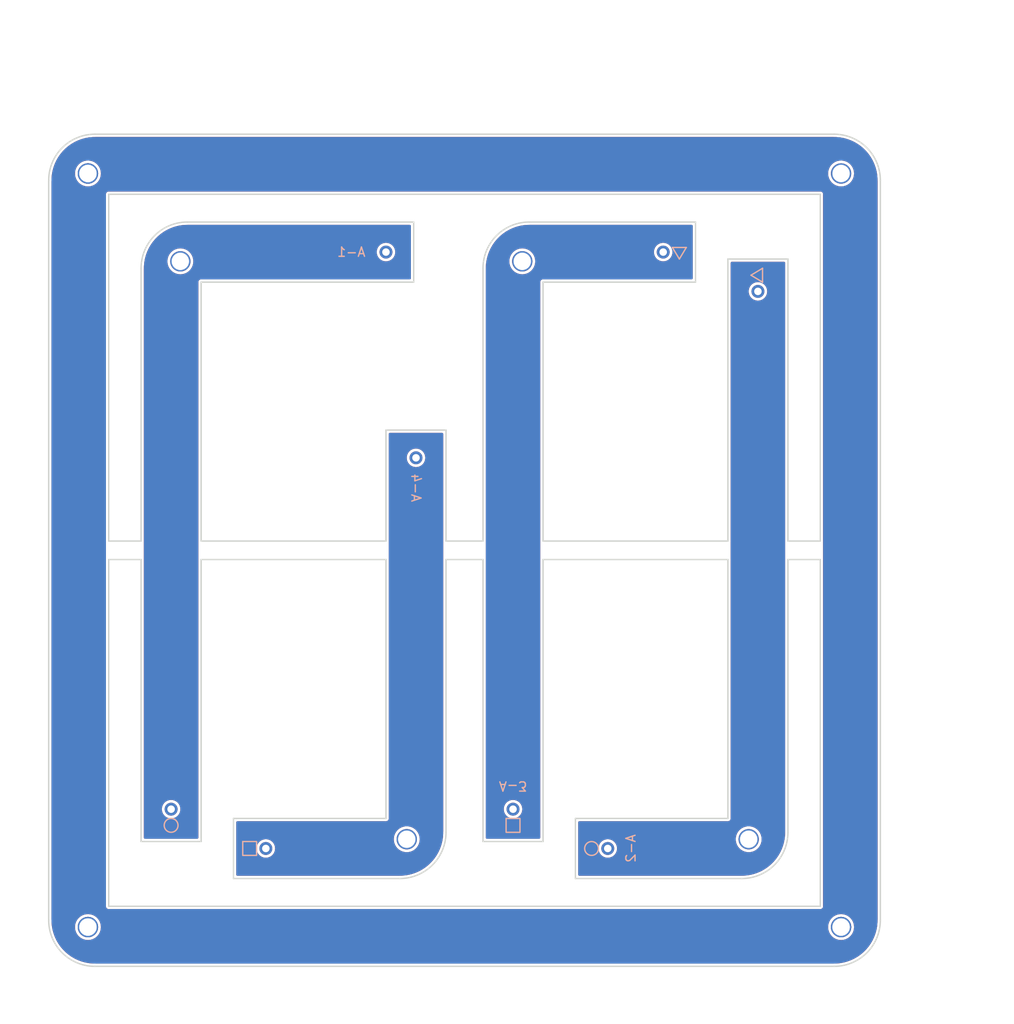
<source format=kicad_pcb>
(kicad_pcb (version 20211014) (generator pcbnew)
  (title_block (title "Kasumigasane Keypad") (company "@e3w2q"))
  (layers (0 "F.Cu" signal) (31 "B.Cu" signal) (34 "B.Paste" user) (35 "F.Paste" user) (36 "B.SilkS" user "B.Silkscreen") (37 "F.SilkS" user "F.Silkscreen") (38 "B.Mask" user) (39 "F.Mask" user) (44 "Edge.Cuts" user))
  (net 0 "")
  (footprint "#footprint:M2_ThroughHole" (layer "F.Cu") (at 25.75 107.25 90)
    (fp_text reference "" hide)
    (fp_text value "" hide)
    (pad "" thru_hole circle (at 0 0 90) (size 2.2 2.2) (drill 1.88) (layers *.Cu *.Mask))
  )
  (footprint "#footprint:1pin_conn_rev3" (layer "F.Cu") (at 58 34.25 90)
    (fp_text reference "" hide)
    (fp_text value "" hide)
    (pad "" thru_hole circle (at 0 0 90) (size 1.4 1.4) (drill 0.8128) (layers *.Cu *.Mask))
  )
  (footprint "#footprint:1pin_conn_rev3" (layer "F.Cu") (at 82 98.75)
    (fp_text reference "" hide)
    (fp_text value "" hide)
    (pad "" thru_hole circle (at 0 0) (size 1.4 1.4) (drill 0.8128) (layers *.Cu *.Mask))
  )
  (footprint "#footprint:M2_ThroughHole" (layer "F.Cu") (at 25.75 25.75)
    (fp_text reference "" hide)
    (fp_text value "" hide)
    (pad "" thru_hole circle (at 0 0) (size 2.2 2.2) (drill 1.88) (layers *.Cu *.Mask))
  )
  (footprint "#footprint:1pin_conn_rev3" (layer "F.Cu") (at 71.75 50.5 90)
    (fp_text reference "" hide)
    (fp_text value "" hide)
  )
  (footprint "#footprint:1pin_conn_rev3" (layer "F.Cu") (at 41 24.75 180)
    (fp_text reference "" hide)
    (fp_text value "" hide)
  )
  (footprint "#footprint:1pin_conn_rev3" (layer "F.Cu") (at 98.25 38.5 180)
    (fp_text reference "" hide)
    (fp_text value "" hide)
    (pad "" thru_hole circle (at 0 0 180) (size 1.4 1.4) (drill 0.8128) (layers *.Cu *.Mask))
  )
  (footprint "#footprint:1pin_conn_rev3" (layer "F.Cu") (at 61.25 82.5 -90)
    (fp_text reference "" hide)
    (fp_text value "" hide)
  )
  (footprint "#footprint:1pin_conn_rev3" (layer "F.Cu") (at 71.75 50.5 90)
    (fp_text reference "" hide)
    (fp_text value "" hide)
  )
  (footprint "#footprint:M2_ThroughHole" (layer "F.Cu") (at 107.25 25.75 -90)
    (fp_text reference "" hide)
    (fp_text value "" hide)
    (pad "" thru_hole circle (at 0 0 270) (size 2.2 2.2) (drill 1.88) (layers *.Cu *.Mask))
  )
  (footprint "#footprint:1pin_conn_rev3" (layer "F.Cu") (at 51 34.25 180)
    (fp_text reference "" hide)
    (fp_text value "" hide)
  )
  (footprint "#footprint:M2_ThroughHole" (layer "F.Cu") (at 60.25 97.75 180)
    (fp_text reference "" hide)
    (fp_text value "" hide)
    (pad "" thru_hole circle (at 0 0 180) (size 2.2 2.2) (drill 1.88) (layers *.Cu *.Mask))
  )
  (footprint "#footprint:1pin_conn_rev3" (layer "F.Cu") (at 88 34.25 180)
    (fp_text reference "" hide)
    (fp_text value "" hide)
    (pad "" thru_hole circle (at 0 0 180) (size 1.4 1.4) (drill 0.8128) (layers *.Cu *.Mask))
  )
  (footprint "#footprint:1pin_conn_rev3" (layer "F.Cu") (at 92 24.75)
    (fp_text reference "" hide)
    (fp_text value "" hide)
  )
  (footprint "#footprint:M2_ThroughHole" (layer "F.Cu") (at 107.25 107.25 180)
    (fp_text reference "" hide)
    (fp_text value "" hide)
    (pad "" thru_hole circle (at 0 0 180) (size 2.2 2.2) (drill 1.88) (layers *.Cu *.Mask))
  )
  (footprint "#footprint:1pin_conn_rev3" (layer "F.Cu") (at 108.25 41 90)
    (fp_text reference "" hide)
    (fp_text value "" hide)
  )
  (footprint "#footprint:M2_ThroughHole" (layer "F.Cu") (at 25.75 107.25 90)
    (fp_text reference "" hide)
    (fp_text value "" hide)
    (pad "" thru_hole circle (at 0 0 90) (size 2.2 2.2) (drill 1.88) (layers *.Cu *.Mask))
  )
  (footprint "#footprint:1pin_conn_rev3" (layer "F.Cu") (at 71.75 94.5 -90)
    (fp_text reference "" hide)
    (fp_text value "" hide)
    (pad "" thru_hole circle (at 0 0 270) (size 1.4 1.4) (drill 0.8128) (layers *.Cu *.Mask))
  )
  (footprint "#footprint:M2_ThroughHole" (layer "F.Cu") (at 72.75 35.25)
    (fp_text reference "" hide)
    (fp_text value "" hide)
    (pad "" thru_hole circle (at 0 0) (size 2.2 2.2) (drill 1.88) (layers *.Cu *.Mask))
  )
  (footprint "#footprint:M2_ThroughHole" (layer "F.Cu") (at 35.75 35.25)
    (fp_text reference "" hide)
    (fp_text value "" hide)
  )
  (footprint "#footprint:M2_ThroughHole" (layer "F.Cu") (at 35.75 35.25)
    (fp_text reference "" hide)
    (fp_text value "" hide)
    (pad "" thru_hole circle (at 0 0) (size 2.2 2.2) (drill 1.88) (layers *.Cu *.Mask))
  )
  (footprint "#footprint:1pin_conn_rev3" (layer "F.Cu") (at 98.25 82.5 -90)
    (fp_text reference "" hide)
    (fp_text value "" hide)
  )
  (footprint "#footprint:1pin_conn_rev3" (layer "F.Cu") (at 51 34.25 180)
    (fp_text reference "" hide)
    (fp_text value "" hide)
  )
  (footprint "#footprint:1pin_conn_rev3" (layer "F.Cu") (at 108.25 92 -90)
    (fp_text reference "" hide)
    (fp_text value "" hide)
  )
  (footprint "#footprint:M2_ThroughHole" (layer "F.Cu") (at 25.75 25.75)
    (fp_text reference "" hide)
    (fp_text value "" hide)
    (pad "" thru_hole circle (at 0 0) (size 2.2 2.2) (drill 1.88) (layers *.Cu *.Mask))
  )
  (footprint "#footprint:M2_ThroughHole" (layer "F.Cu") (at 107.25 107.25 180)
    (fp_text reference "" hide)
    (fp_text value "" hide)
    (pad "" thru_hole circle (at 0 0 180) (size 2.2 2.2) (drill 1.88) (layers *.Cu *.Mask))
  )
  (footprint "#footprint:1pin_conn_rev3" (layer "F.Cu") (at 98.25 82.5 -90)
    (fp_text reference "" hide)
    (fp_text value "" hide)
  )
  (footprint "#footprint:1pin_conn_rev3" (layer "F.Cu") (at 92 108.25)
    (fp_text reference "" hide)
    (fp_text value "" hide)
  )
  (footprint "#footprint:1pin_conn_rev3" (layer "F.Cu") (at 61.25 56.5)
    (fp_text reference "" hide)
    (fp_text value "" hide)
    (pad "" thru_hole circle (at 0 0) (size 1.4 1.4) (drill 0.8128) (layers *.Cu *.Mask))
  )
  (footprint "#footprint:1pin_conn_rev3" (layer "F.Cu") (at 24.75 41 90)
    (fp_text reference "" hide)
    (fp_text value "" hide)
  )
  (footprint "#footprint:KG-3-mizutama" (layer "F.Cu") (at 66.5 66.5)
    (fp_text reference "G***")
    (fp_text value "LOGO" hide)
  )
  (footprint "#footprint:1pin_conn_rev3" (layer "F.Cu") (at 24.75 92 -90)
    (fp_text reference "" hide)
    (fp_text value "" hide)
  )
  (footprint "#footprint:1pin_conn_rev3" (layer "F.Cu") (at 45 98.75)
    (fp_text reference "" hide)
    (fp_text value "" hide)
    (pad "" thru_hole circle (at 0 0) (size 1.4 1.4) (drill 0.8128) (layers *.Cu *.Mask))
  )
  (footprint "#footprint:1pin_conn_rev3" (layer "F.Cu") (at 41 108.25 180)
    (fp_text reference "" hide)
    (fp_text value "" hide)
  )
  (footprint "#footprint:M2_ThroughHole" (layer "F.Cu") (at 97.25 97.75 180)
    (fp_text reference "" hide)
    (fp_text value "" hide)
    (pad "" thru_hole circle (at 0 0 180) (size 2.2 2.2) (drill 1.88) (layers *.Cu *.Mask))
  )
  (footprint "#footprint:1pin_conn_rev3" (layer "F.Cu") (at 34.75 94.5 90)
    (fp_text reference "" hide)
    (fp_text value "" hide)
    (pad "" thru_hole circle (at 0 0 90) (size 1.4 1.4) (drill 0.8128) (layers *.Cu *.Mask))
  )
  (footprint "#footprint:KG-4-koume" (layer "B.Cu") (at 66.5 66.5 180)
    (fp_text reference "G***")
    (fp_text value "LOGO" hide)
  )
  (gr_line (start 89 33.75) (end 90.5 33.75) (layer "B.SilkS") (width 0.15))
  (gr_line (start 98.75 37.5) (end 97.5 36.75) (layer "B.SilkS") (width 0.15))
  (gr_circle (center 80.25 98.75) (end 81 98.75) (layer "B.SilkS") (width 0.15) (fill none))
  (gr_circle (center 34.75 96.25) (end 35.5 96.25) (layer "B.SilkS") (width 0.15) (fill none))
  (gr_line (start 90.5 33.75) (end 89.75 35) (layer "B.SilkS") (width 0.15))
  (gr_line (start 98.75 36) (end 97.5 36.75) (layer "B.SilkS") (width 0.15))
  (gr_rect (start 42.5 98) (end 44 99.5) (layer "B.SilkS") (width 0.15) (fill none))
  (gr_line (start 89 33.75) (end 89.75 35) (layer "B.SilkS") (width 0.15))
  (gr_rect (start 72.5 95.5) (end 71 97) (layer "B.SilkS") (width 0.15) (fill none))
  (gr_line (start 98.75 36) (end 98.75 37.5) (layer "B.SilkS") (width 0.15))
  (gr_line (start 41.5 102) (end 41.5 95.5) (layer "Edge.Cuts") (width 0.15))
  (gr_line (start 68.5 67.5) (end 68.5 98) (layer "Edge.Cuts") (width 0.15))
  (gr_line (start 31.5 67.5) (end 31.5 98) (layer "Edge.Cuts") (width 0.15))
  (gr_arc (start 106.5 21.5) (mid 110.035534 22.964466) (end 111.5 26.5) (layer "Edge.Cuts") (width 0.15))
  (gr_arc (start 111.5 106.5) (mid 110.035534 110.035534) (end 106.5 111.5) (layer "Edge.Cuts") (width 0.15))
  (gr_line (start 31.5 36) (end 31.5 65.5) (layer "Edge.Cuts") (width 0.15))
  (gr_line (start 61 37.5) (end 38 37.5) (layer "Edge.Cuts") (width 0.15))
  (gr_line (start 78.5 102) (end 96.5 102) (layer "Edge.Cuts") (width 0.15))
  (gr_line (start 58 53.5) (end 58 65.5) (layer "Edge.Cuts") (width 0.15))
  (gr_line (start 28 65.5) (end 28 28) (layer "Edge.Cuts") (width 0.15))
  (gr_line (start 61 37.5) (end 61 31) (layer "Edge.Cuts") (width 0.15))
  (gr_line (start 26.5 21.5) (end 106.5 21.5) (layer "Edge.Cuts") (width 0.15))
  (gr_arc (start 31.5 36) (mid 32.964466 32.464466) (end 36.5 31) (layer "Edge.Cuts") (width 0.15))
  (gr_arc (start 101.5 97) (mid 100.035534 100.535534) (end 96.5 102) (layer "Edge.Cuts") (width 0.15))
  (gr_line (start 59.5 102) (end 41.5 102) (layer "Edge.Cuts") (width 0.15))
  (gr_line (start 31.5 98) (end 38 98) (layer "Edge.Cuts") (width 0.15))
  (gr_line (start 26.5 111.5) (end 106.5 111.5) (layer "Edge.Cuts") (width 0.15))
  (gr_line (start 58 65.5) (end 38 65.5) (layer "Edge.Cuts") (width 0.15))
  (gr_line (start 75 65.5) (end 95 65.5) (layer "Edge.Cuts") (width 0.15))
  (gr_line (start 58 67.5) (end 38 67.5) (layer "Edge.Cuts") (width 0.15))
  (gr_line (start 75 98) (end 75 67.5) (layer "Edge.Cuts") (width 0.15))
  (gr_line (start 101.5 97) (end 101.5 67.5) (layer "Edge.Cuts") (width 0.15))
  (gr_line (start 68.5 65.5) (end 68.5 36) (layer "Edge.Cuts") (width 0.15))
  (gr_line (start 58 53.5) (end 64.5 53.5) (layer "Edge.Cuts") (width 0.15))
  (gr_line (start 101.5 65.5) (end 105 65.5) (layer "Edge.Cuts") (width 0.15))
  (gr_line (start 78.5 102) (end 78.5 95.5) (layer "Edge.Cuts") (width 0.15))
  (gr_line (start 91.5 31) (end 73.5 31) (layer "Edge.Cuts") (width 0.15))
  (gr_line (start 28 67.5) (end 31.5 67.5) (layer "Edge.Cuts") (width 0.15))
  (gr_arc (start 26.5 111.5) (mid 22.964466 110.035534) (end 21.5 106.5) (layer "Edge.Cuts") (width 0.15))
  (gr_line (start 58 95.5) (end 41.5 95.5) (layer "Edge.Cuts") (width 0.15))
  (gr_line (start 28 105) (end 28 67.5) (layer "Edge.Cuts") (width 0.15))
  (gr_line (start 68.5 98) (end 75 98) (layer "Edge.Cuts") (width 0.15))
  (gr_line (start 21.5 26.5) (end 21.5 106.5) (layer "Edge.Cuts") (width 0.15))
  (gr_line (start 91.5 31) (end 91.5 37.5) (layer "Edge.Cuts") (width 0.15))
  (gr_line (start 95 67.5) (end 95 95.5) (layer "Edge.Cuts") (width 0.15))
  (gr_line (start 64.5 67.5) (end 68.5 67.5) (layer "Edge.Cuts") (width 0.15))
  (gr_line (start 95 35) (end 95 65.5) (layer "Edge.Cuts") (width 0.15))
  (gr_line (start 28 28) (end 105 28) (layer "Edge.Cuts") (width 0.15))
  (gr_line (start 75 67.5) (end 95 67.5) (layer "Edge.Cuts") (width 0.15))
  (gr_line (start 38 37.5) (end 38 65.5) (layer "Edge.Cuts") (width 0.15))
  (gr_line (start 111.5 26.5) (end 111.5 106.5) (layer "Edge.Cuts") (width 0.15))
  (gr_line (start 38 98) (end 38 67.5) (layer "Edge.Cuts") (width 0.15))
  (gr_arc (start 68.5 36) (mid 69.964466 32.464466) (end 73.5 31) (layer "Edge.Cuts") (width 0.15))
  (gr_line (start 64.5 65.5) (end 64.5 53.5) (layer "Edge.Cuts") (width 0.15))
  (gr_arc (start 21.5 26.5) (mid 22.964466 22.964466) (end 26.5 21.5) (layer "Edge.Cuts") (width 0.15))
  (gr_line (start 64.5 65.5) (end 68.5 65.5) (layer "Edge.Cuts") (width 0.15))
  (gr_line (start 101.5 65.5) (end 101.5 35) (layer "Edge.Cuts") (width 0.15))
  (gr_line (start 58 67.5) (end 58 95.5) (layer "Edge.Cuts") (width 0.15))
  (gr_line (start 28 105) (end 105 105) (layer "Edge.Cuts") (width 0.15))
  (gr_line (start 91.5 37.5) (end 75 37.5) (layer "Edge.Cuts") (width 0.15))
  (gr_line (start 105 67.5) (end 105 105) (layer "Edge.Cuts") (width 0.15))
  (gr_arc (start 64.5 97) (mid 63.035534 100.535534) (end 59.5 102) (layer "Edge.Cuts") (width 0.15))
  (gr_line (start 105 65.5) (end 105 28) (layer "Edge.Cuts") (width 0.15))
  (gr_line (start 101.5 67.5) (end 105 67.5) (layer "Edge.Cuts") (width 0.15))
  (gr_line (start 61 31) (end 36.5 31) (layer "Edge.Cuts") (width 0.15))
  (gr_line (start 78.5 95.5) (end 95 95.5) (layer "Edge.Cuts") (width 0.15))
  (gr_line (start 28 65.5) (end 31.5 65.5) (layer "Edge.Cuts") (width 0.15))
  (gr_line (start 64.5 67.5) (end 64.5 97) (layer "Edge.Cuts") (width 0.15))
  (gr_line (start 75 65.5) (end 75 37.5) (layer "Edge.Cuts") (width 0.15))
  (gr_line (start 101.5 35) (end 95 35) (layer "Edge.Cuts") (width 0.15))
  (gr_text "A-3" (at 71.75 92 180) (layer "B.SilkS") (effects (font (size 1 1)) (justify mirror)))
  (gr_text "A-1" (at 54.25 34.25) (layer "B.SilkS") (effects (font (size 1 1)) (justify mirror)))
  (gr_text "A-2" (at 84.5 98.75 90) (layer "B.SilkS") (effects (font (size 1 1)) (justify mirror)))
  (gr_text "A-4" (at 61.25 59.75 270) (layer "B.SilkS") (effects (font (size 1 1)) (justify mirror)))
  (zone (net 0) (net_name "") (layers F&B.Cu) (connect_pads (clearance 0)) (min_thickness 0.254)
    (keepout (tracks allowed) (vias allowed) (pads allowed) (copperpour not_allowed) (footprints allowed))
    (fill (thermal_gap 0.508) (thermal_bridge_width 0.508))
    (polygon (pts (xy 31.8 67.5) (xy 27.7 67.5) (xy 27.7 65.5) (xy 31.8 65.5)))
  )
  (zone (net 0) (net_name "") (layers F&B.Cu) (connect_pads (clearance 0)) (min_thickness 0.254)
    (keepout (tracks allowed) (vias allowed) (pads allowed) (copperpour not_allowed) (footprints allowed))
    (fill (thermal_gap 0.508) (thermal_bridge_width 0.508))
    (polygon (pts (xy 95.3 67.5) (xy 74.7 67.5) (xy 74.7 65.5) (xy 95.3 65.5)))
  )
  (zone (net 0) (net_name "") (layers F&B.Cu) (connect_pads (clearance 0)) (min_thickness 0.254)
    (keepout (tracks allowed) (vias allowed) (pads allowed) (copperpour not_allowed) (footprints allowed))
    (fill (thermal_gap 0.508) (thermal_bridge_width 0.508))
    (polygon (pts (xy 68.8 67.5) (xy 64.2 67.5) (xy 64.2 65.5) (xy 68.8 65.5)))
  )
  (zone (net 0) (net_name "") (layers F&B.Cu) (connect_pads (clearance 0.3)) (min_thickness 0.254) (fill yes (thermal_gap 0.508) (thermal_bridge_width 0.508))
    (polygon (pts (xy 111.5 111.5) (xy 21.5 111.5) (xy 21.5 21.5) (xy 111.5 21.5)))
  )
  (zone (net 0) (net_name "") (layers F&B.Cu) (connect_pads (clearance 0)) (min_thickness 0.254)
    (keepout (tracks allowed) (vias allowed) (pads allowed) (copperpour not_allowed) (footprints allowed))
    (fill (thermal_gap 0.508) (thermal_bridge_width 0.508))
    (polygon (pts (xy 105.3 67.5) (xy 101.2 67.5) (xy 101.2 65.5) (xy 105.3 65.5)))
  )
  (zone (net 0) (net_name "") (layers F&B.Cu) (connect_pads (clearance 0)) (min_thickness 0.254)
    (keepout (tracks allowed) (vias allowed) (pads allowed) (copperpour not_allowed) (footprints allowed))
    (fill (thermal_gap 0.508) (thermal_bridge_width 0.508))
    (polygon (pts (xy 58.3 67.5) (xy 37.7 67.5) (xy 37.7 65.5) (xy 58.3 65.5)))
  )
)
</source>
